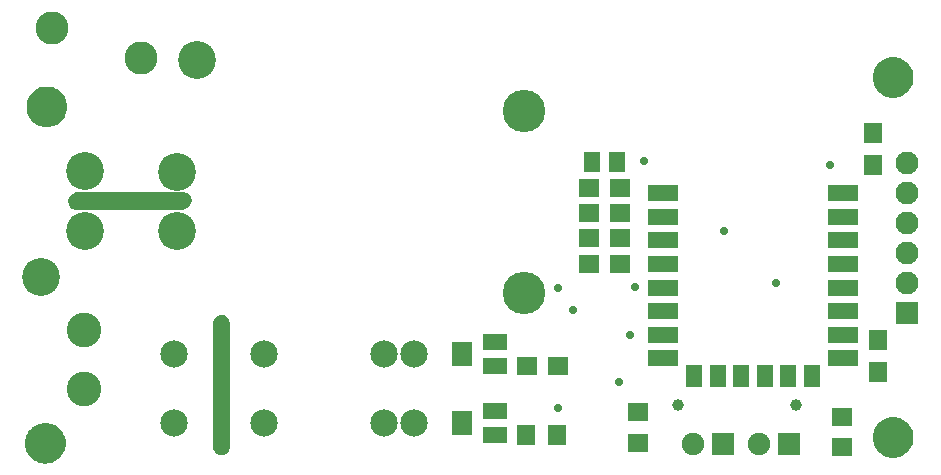
<source format=gts>
%FSTAX23Y23*%
%MOIN*%
%SFA1B1*%

%IPPOS*%
%ADD21C,0.110236*%
%ADD28C,0.027559*%
%ADD41R,0.065984X0.063228*%
%ADD42R,0.078976X0.055354*%
%ADD43R,0.071102X0.078976*%
%ADD44R,0.063228X0.065984*%
%ADD45R,0.055354X0.065984*%
%ADD46R,0.055354X0.075039*%
%ADD47R,0.104567X0.055354*%
%ADD48C,0.090787*%
%ADD49C,0.126220*%
%ADD50C,0.076614*%
%ADD51R,0.076614X0.076614*%
%ADD52C,0.115590*%
%ADD53C,0.141732*%
%ADD54R,0.075039X0.075039*%
%ADD55C,0.075039*%
%ADD56C,0.039606*%
%LNrw-01-1*%
%LPD*%
G36*
X02941Y01397D02*
X02942Y01397D01*
X02953Y01395*
X02954Y01395*
X02955Y01395*
X02965Y0139*
X02966Y0139*
X02967Y0139*
X02976Y01383*
X02977Y01383*
X02977Y01383*
X02977Y01383*
X02977Y01382*
X02985Y01374*
X02986Y01373*
X02986Y01373*
X02993Y01363*
X02993Y01363*
X02994Y01362*
X02998Y01351*
X02998Y01351*
X02998Y0135*
X03001Y01339*
X03001Y01338*
X03001Y01337*
Y01331*
Y0133*
Y01324*
X03001Y01323*
X03001Y01322*
X02998Y01311*
X02998Y0131*
X02998Y01309*
X02993Y01299*
X02993Y01298*
X02993Y01297*
X02986Y01288*
X02986Y01287*
X02986Y01287*
X02985Y01286*
X02977Y01278*
X02977Y01278*
X02976Y01278*
X02976Y01277*
X02976Y01277*
X02966Y01271*
X02965Y0127*
X02965Y0127*
X02954Y01265*
X02953Y01265*
X02952Y01265*
X02941Y01263*
X0294Y01263*
X02939Y01262*
X02927*
X02926Y01263*
X02925Y01263*
X02914Y01265*
X02913Y01265*
X02912Y01265*
X02901Y0127*
X02901Y0127*
X029Y01271*
X0289Y01277*
X0289Y01277*
X0289Y01278*
X02889Y01278*
X02881Y01286*
X0288Y01287*
X0288Y01287*
X02874Y01297*
X02873Y01298*
X02873Y01298*
X02868Y01309*
X02868Y0131*
X02868Y01311*
X02866Y01322*
X02866Y01323*
X02865Y01324*
Y0133*
Y0133*
Y01336*
X02866Y01337*
X02866Y01338*
X02868Y01349*
X02868Y0135*
X02868Y01351*
X02873Y01362*
X02873Y01362*
X02874Y01363*
X0288Y01373*
X0288Y01373*
X02881Y01373*
X02881Y01374*
X02889Y01382*
X0289Y01383*
X0289Y01383*
X029Y01389*
X02901Y0139*
X02901Y0139*
X02912Y01395*
X02913Y01395*
X02914Y01395*
X02925Y01397*
X02926Y01397*
X02927Y01397*
X0294*
X02941Y01397*
G37*
G36*
X0012Y01299D02*
X00121Y01299D01*
X00132Y01297*
X00133Y01297*
X00134Y01297*
X00144Y01292*
X00145Y01292*
X00146Y01292*
X00155Y01285*
X00156Y01285*
X00156Y01285*
X00156Y01285*
X00156Y01284*
X00164Y01276*
X00165Y01275*
X00165Y01275*
X00172Y01265*
X00172Y01265*
X00172Y01264*
X00177Y01253*
X00177Y01253*
X00177Y01252*
X0018Y01241*
X0018Y0124*
X0018Y01239*
Y01233*
Y01232*
Y01226*
X0018Y01225*
X0018Y01224*
X00177Y01213*
X00177Y01212*
X00177Y01211*
X00172Y01201*
X00172Y012*
X00172Y01199*
X00165Y0119*
X00165Y01189*
X00165Y01189*
X00164Y01188*
X00156Y0118*
X00156Y0118*
X00155Y0118*
X00155Y01179*
X00155Y01179*
X00145Y01173*
X00144Y01172*
X00144Y01172*
X00133Y01167*
X00132Y01167*
X00131Y01167*
X0012Y01165*
X00119Y01165*
X00118Y01165*
X00106*
X00105Y01165*
X00104Y01165*
X00093Y01167*
X00092Y01167*
X00091Y01167*
X0008Y01172*
X0008Y01172*
X00079Y01173*
X00069Y01179*
X00069Y0118*
X00069Y0118*
X00068Y0118*
X0006Y01188*
X00059Y01189*
X00059Y01189*
Y01189*
X00053Y01199*
X00052Y012*
X00052Y012*
X00047Y01211*
X00047Y01212*
X00047Y01213*
X00045Y01224*
X00045Y01225*
X00045Y01226*
Y01232*
Y01232*
Y01238*
X00045Y01239*
X00045Y0124*
X00047Y01251*
X00047Y01252*
X00047Y01253*
X00052Y01264*
X00052Y01264*
X00053Y01265*
X00059Y01275*
X00059Y01275*
X0006Y01275*
X0006Y01276*
X00068Y01284*
X00069Y01285*
X00069Y01285*
X00069*
X00079Y01291*
X0008Y01292*
X0008Y01292*
X00091Y01297*
X00092Y01297*
X00093Y01297*
X00104Y01299*
X00105Y01299*
X00106Y013*
X00119*
X0012Y01299*
G37*
G36*
X02017Y01024D02*
X01992D01*
Y01074*
X02017*
Y01024*
G37*
G36*
X01949D02*
X01924D01*
Y01074*
X01949*
Y01024*
G37*
G36*
X00576Y00946D02*
X00581Y00944D01*
X00585Y00941*
X00589Y00937*
X00592Y00933*
X00594Y00928*
X00595Y00923*
Y00921*
Y00918*
X00593Y00912*
X00591Y00906*
X00588Y00901*
X00584Y00897*
X00579Y00894*
X00573Y00892*
X00567Y0089*
X00207*
X00202Y00892*
X00197Y00893*
X00193Y00896*
X00189Y009*
X00186Y00904*
X00185Y00909*
X00184Y00914*
Y00917*
Y00919*
Y00921*
X00185Y00927*
X00187Y00932*
X0019Y00936*
X00194Y0094*
X00198Y00943*
X00203Y00945*
X00209Y00947*
X00571*
X00576Y00946*
G37*
G36*
X02941Y00197D02*
X02942Y00197D01*
X02953Y00195*
X02954Y00195*
X02955Y00195*
X02965Y0019*
X02966Y0019*
X02967Y0019*
X02976Y00183*
X02977Y00183*
X02977Y00183*
X02977Y00183*
X02977Y00182*
X02985Y00174*
X02986Y00173*
X02986Y00173*
X02993Y00163*
X02993Y00163*
X02994Y00162*
X02998Y00151*
X02998Y00151*
X02998Y0015*
X03001Y00139*
X03001Y00138*
X03001Y00137*
Y00131*
Y0013*
Y00124*
X03001Y00123*
X03001Y00122*
X02998Y00111*
X02998Y0011*
X02998Y00109*
X02993Y00099*
X02993Y00098*
X02993Y00097*
X02986Y00088*
X02986Y00087*
X02986Y00087*
X02985Y00086*
X02977Y00078*
X02977Y00078*
X02976Y00078*
X02976Y00077*
X02976Y00077*
X02966Y00071*
X02965Y0007*
X02965Y0007*
X02954Y00065*
X02953Y00065*
X02952Y00065*
X02941Y00063*
X0294Y00063*
X02939Y00062*
X02927*
X02926Y00063*
X02925Y00063*
X02914Y00065*
X02913Y00065*
X02912Y00065*
X02901Y0007*
X02901Y0007*
X029Y00071*
X0289Y00077*
X0289Y00077*
X0289Y00078*
X02889Y00078*
X02881Y00086*
X0288Y00087*
X0288Y00087*
X02874Y00097*
X02873Y00098*
X02873Y00098*
X02868Y00109*
X02868Y0011*
X02868Y00111*
X02866Y00122*
X02866Y00123*
X02865Y00124*
Y0013*
Y0013*
Y00136*
X02866Y00137*
X02866Y00138*
X02868Y00149*
X02868Y0015*
X02868Y00151*
X02873Y00162*
X02873Y00162*
X02874Y00163*
X0288Y00173*
X0288Y00173*
X02881Y00173*
X02881Y00174*
X02889Y00182*
X0289Y00183*
X0289Y00183*
X029Y00189*
X02901Y0019*
X02901Y0019*
X02912Y00195*
X02913Y00195*
X02914Y00195*
X02925Y00197*
X02926Y00197*
X02927Y00197*
X0294*
X02941Y00197*
G37*
G36*
X00115Y00178D02*
X00116Y00178D01*
X00127Y00176*
X00128Y00176*
X00129Y00176*
X00139Y00171*
X0014Y00171*
X00141Y00171*
X0015Y00164*
X00151Y00164*
X00151Y00164*
X00151Y00164*
X00151Y00163*
X00159Y00155*
X0016Y00154*
X0016Y00154*
X00167Y00144*
X00167Y00144*
X00167Y00143*
X00172Y00132*
X00172Y00132*
X00172Y00131*
X00175Y0012*
X00175Y00119*
X00175Y00118*
Y00112*
Y00111*
Y00105*
X00175Y00104*
X00175Y00103*
X00172Y00092*
X00172Y00091*
X00172Y0009*
X00167Y0008*
X00167Y00079*
X00167Y00078*
X0016Y00069*
X0016Y00068*
X0016Y00068*
X00159Y00067*
X00151Y00059*
X00151Y00059*
X0015Y00059*
X0015Y00058*
X0015Y00058*
X0014Y00052*
X00139Y00051*
X00139Y00051*
X00128Y00046*
X00127Y00046*
X00126Y00046*
X00115Y00044*
X00114Y00044*
X00113Y00043*
X00101*
X001Y00044*
X00099Y00044*
X00088Y00046*
X00087Y00046*
X00086Y00046*
X00075Y00051*
X00075Y00051*
X00074Y00052*
X00064Y00058*
X00064Y00058*
X00064Y00059*
X00063Y00059*
X00055Y00067*
X00054Y00068*
X00054Y00068*
X00048Y00078*
Y00078*
X00047Y00079*
X00047Y0008*
X00042Y0009*
X00042Y00091*
X00042Y00092*
X0004Y00103*
X0004Y00104*
X0004Y00105*
Y0011*
Y00112*
Y00117*
X0004Y00118*
X0004Y00119*
X00042Y0013*
X00042Y00131*
X00042Y00132*
X00047Y00143*
X00047Y00143*
X00048Y00144*
X00054Y00154*
X00054Y00154*
X00055Y00154*
X00055Y00155*
X00063Y00163*
X00064Y00164*
X00064Y00164*
X00064*
X00074Y0017*
X00075Y00171*
X00075Y00171*
X00086Y00176*
X00087Y00176*
X00088Y00176*
X00099Y00178*
X001Y00178*
X00101Y00179*
X00114*
X00115Y00178*
G37*
G36*
X00704Y00537D02*
X00709Y00535D01*
X00713Y00532*
X00717Y00529*
X00719Y00525*
X00721Y0052*
X00722Y00515*
Y00512*
Y00097*
Y00095*
X00721Y00089*
X00719Y00085*
X00716Y0008*
X00713Y00077*
X00708Y00074*
X00704Y00072*
X00698Y00071*
X00693*
X00687Y00072*
X00681Y00074*
X00676Y00077*
X00672Y00082*
X00669Y00087*
X00666Y00092*
X00665Y00098*
Y00101*
Y00113*
Y00507*
Y0051*
X00667Y00516*
X00669Y00522*
X00672Y00527*
X00677Y00531*
X00682Y00535*
X00688Y00537*
X00694Y00538*
X00699*
X00704Y00537*
G37*
G54D21*
X00425Y01395D03*
X0013Y01496D03*
G54D28*
X02072Y00632D03*
X01817Y0063D03*
X02057Y00472D03*
X02102Y01052D03*
X0202Y00315D03*
X0237Y00817D03*
X02542Y00645D03*
X02722Y01038D03*
X01817Y00229D03*
X01865Y00554D03*
G54D41*
X02023Y00962D03*
X01918D03*
X01817Y00367D03*
X01712D03*
X02023Y00795D03*
X01918D03*
Y0071D03*
X02023D03*
X01918Y00879D03*
X02023D03*
X02762Y002D03*
Y00097D03*
X02082Y00216D03*
Y00113D03*
G54D42*
X01605Y0014D03*
Y0022D03*
Y00367D03*
Y00447D03*
G54D43*
X01495Y0018D03*
Y00407D03*
G54D44*
X02882Y00349D03*
Y00454D03*
X02867Y0104D03*
Y01145D03*
X01711Y0014D03*
X01814D03*
G54D45*
X01928Y01049D03*
X02013D03*
G54D46*
X02663Y00335D03*
X02584D03*
X02505D03*
X02426D03*
X02348D03*
X02269D03*
G54D47*
X02165Y00394D03*
Y00473D03*
Y00551D03*
Y0063D03*
Y00709D03*
Y00788D03*
Y00866D03*
Y00945D03*
X02766D03*
Y00866D03*
Y00788D03*
Y00709D03*
Y0063D03*
Y00551D03*
Y00473D03*
Y00394D03*
G54D48*
X01235Y00407D03*
X01335D03*
X00835D03*
X00535D03*
Y0018D03*
X00835D03*
X01335D03*
X01235D03*
G54D49*
X00239Y0082D03*
Y01017D03*
X00545Y01014D03*
Y00817D03*
X00094Y00664D03*
X00612Y0139D03*
G54D50*
X02979Y01044D03*
Y00944D03*
Y00844D03*
Y00744D03*
Y00644D03*
G54D51*
X02979Y00544D03*
G54D52*
X00237Y00489D03*
Y00292D03*
G54D53*
X01703Y00613D03*
Y01219D03*
G54D54*
X02365Y00107D03*
X02587Y00107D03*
G54D55*
X02265Y00107D03*
X02487Y00107D03*
G54D56*
X02217Y0024D03*
X0261D03*
M02*
</source>
